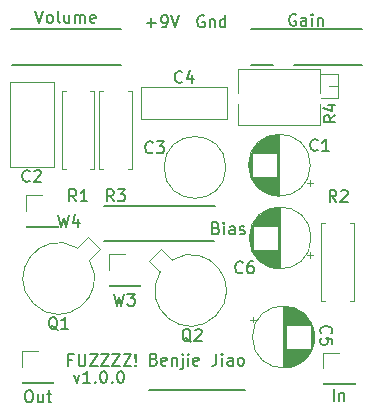
<source format=gbr>
G04 #@! TF.GenerationSoftware,KiCad,Pcbnew,5.0.2+dfsg1-1~bpo9+1*
G04 #@! TF.CreationDate,2020-10-14T23:05:51+08:00*
G04 #@! TF.ProjectId,BC108 NPN Fuzz Face,42433130-3820-44e5-904e-2046757a7a20,rev?*
G04 #@! TF.SameCoordinates,Original*
G04 #@! TF.FileFunction,Legend,Top*
G04 #@! TF.FilePolarity,Positive*
%FSLAX46Y46*%
G04 Gerber Fmt 4.6, Leading zero omitted, Abs format (unit mm)*
G04 Created by KiCad (PCBNEW 5.0.2+dfsg1-1~bpo9+1) date Wednesday, 14 October, 2020 11:05:51 PM PST*
%MOMM*%
%LPD*%
G01*
G04 APERTURE LIST*
%ADD10C,0.150000*%
%ADD11C,0.200000*%
%ADD12C,0.153000*%
%ADD13C,0.120000*%
G04 APERTURE END LIST*
D10*
X131127500Y-78803500D02*
X139255500Y-78803500D01*
D11*
X127317500Y-66167000D02*
X136588500Y-66167000D01*
X127254000Y-63182500D02*
X136652000Y-63182500D01*
X143383000Y-51308000D02*
X149098000Y-51308000D01*
X139700000Y-51308000D02*
X141605000Y-51308000D01*
X139700000Y-48260000D02*
X149098000Y-48260000D01*
X119507000Y-51308000D02*
X128714500Y-51308000D01*
X119443500Y-48260000D02*
X128714500Y-48260000D01*
D10*
X131509000Y-76192071D02*
X131651857Y-76239690D01*
X131699476Y-76287309D01*
X131747095Y-76382547D01*
X131747095Y-76525404D01*
X131699476Y-76620642D01*
X131651857Y-76668261D01*
X131556619Y-76715880D01*
X131175666Y-76715880D01*
X131175666Y-75715880D01*
X131509000Y-75715880D01*
X131604238Y-75763500D01*
X131651857Y-75811119D01*
X131699476Y-75906357D01*
X131699476Y-76001595D01*
X131651857Y-76096833D01*
X131604238Y-76144452D01*
X131509000Y-76192071D01*
X131175666Y-76192071D01*
X132556619Y-76668261D02*
X132461380Y-76715880D01*
X132270904Y-76715880D01*
X132175666Y-76668261D01*
X132128047Y-76573023D01*
X132128047Y-76192071D01*
X132175666Y-76096833D01*
X132270904Y-76049214D01*
X132461380Y-76049214D01*
X132556619Y-76096833D01*
X132604238Y-76192071D01*
X132604238Y-76287309D01*
X132128047Y-76382547D01*
X133032809Y-76049214D02*
X133032809Y-76715880D01*
X133032809Y-76144452D02*
X133080428Y-76096833D01*
X133175666Y-76049214D01*
X133318523Y-76049214D01*
X133413761Y-76096833D01*
X133461380Y-76192071D01*
X133461380Y-76715880D01*
X133937571Y-76049214D02*
X133937571Y-76906357D01*
X133889952Y-77001595D01*
X133794714Y-77049214D01*
X133747095Y-77049214D01*
X133937571Y-75715880D02*
X133889952Y-75763500D01*
X133937571Y-75811119D01*
X133985190Y-75763500D01*
X133937571Y-75715880D01*
X133937571Y-75811119D01*
X134413761Y-76715880D02*
X134413761Y-76049214D01*
X134413761Y-75715880D02*
X134366142Y-75763500D01*
X134413761Y-75811119D01*
X134461380Y-75763500D01*
X134413761Y-75715880D01*
X134413761Y-75811119D01*
X135270904Y-76668261D02*
X135175666Y-76715880D01*
X134985190Y-76715880D01*
X134889952Y-76668261D01*
X134842333Y-76573023D01*
X134842333Y-76192071D01*
X134889952Y-76096833D01*
X134985190Y-76049214D01*
X135175666Y-76049214D01*
X135270904Y-76096833D01*
X135318523Y-76192071D01*
X135318523Y-76287309D01*
X134842333Y-76382547D01*
X136794714Y-75715880D02*
X136794714Y-76430166D01*
X136747095Y-76573023D01*
X136651857Y-76668261D01*
X136509000Y-76715880D01*
X136413761Y-76715880D01*
X137270904Y-76715880D02*
X137270904Y-76049214D01*
X137270904Y-75715880D02*
X137223285Y-75763500D01*
X137270904Y-75811119D01*
X137318523Y-75763500D01*
X137270904Y-75715880D01*
X137270904Y-75811119D01*
X138175666Y-76715880D02*
X138175666Y-76192071D01*
X138128047Y-76096833D01*
X138032809Y-76049214D01*
X137842333Y-76049214D01*
X137747095Y-76096833D01*
X138175666Y-76668261D02*
X138080428Y-76715880D01*
X137842333Y-76715880D01*
X137747095Y-76668261D01*
X137699476Y-76573023D01*
X137699476Y-76477785D01*
X137747095Y-76382547D01*
X137842333Y-76334928D01*
X138080428Y-76334928D01*
X138175666Y-76287309D01*
X138794714Y-76715880D02*
X138699476Y-76668261D01*
X138651857Y-76620642D01*
X138604238Y-76525404D01*
X138604238Y-76239690D01*
X138651857Y-76144452D01*
X138699476Y-76096833D01*
X138794714Y-76049214D01*
X138937571Y-76049214D01*
X139032809Y-76096833D01*
X139080428Y-76144452D01*
X139128047Y-76239690D01*
X139128047Y-76525404D01*
X139080428Y-76620642D01*
X139032809Y-76668261D01*
X138937571Y-76715880D01*
X138794714Y-76715880D01*
X124730142Y-77509714D02*
X124968238Y-78176380D01*
X125206333Y-77509714D01*
X126111095Y-78176380D02*
X125539666Y-78176380D01*
X125825380Y-78176380D02*
X125825380Y-77176380D01*
X125730142Y-77319238D01*
X125634904Y-77414476D01*
X125539666Y-77462095D01*
X126539666Y-78081142D02*
X126587285Y-78128761D01*
X126539666Y-78176380D01*
X126492047Y-78128761D01*
X126539666Y-78081142D01*
X126539666Y-78176380D01*
X127206333Y-77176380D02*
X127301571Y-77176380D01*
X127396809Y-77224000D01*
X127444428Y-77271619D01*
X127492047Y-77366857D01*
X127539666Y-77557333D01*
X127539666Y-77795428D01*
X127492047Y-77985904D01*
X127444428Y-78081142D01*
X127396809Y-78128761D01*
X127301571Y-78176380D01*
X127206333Y-78176380D01*
X127111095Y-78128761D01*
X127063476Y-78081142D01*
X127015857Y-77985904D01*
X126968238Y-77795428D01*
X126968238Y-77557333D01*
X127015857Y-77366857D01*
X127063476Y-77271619D01*
X127111095Y-77224000D01*
X127206333Y-77176380D01*
X127968238Y-78081142D02*
X128015857Y-78128761D01*
X127968238Y-78176380D01*
X127920619Y-78128761D01*
X127968238Y-78081142D01*
X127968238Y-78176380D01*
X128634904Y-77176380D02*
X128730142Y-77176380D01*
X128825380Y-77224000D01*
X128873000Y-77271619D01*
X128920619Y-77366857D01*
X128968238Y-77557333D01*
X128968238Y-77795428D01*
X128920619Y-77985904D01*
X128873000Y-78081142D01*
X128825380Y-78128761D01*
X128730142Y-78176380D01*
X128634904Y-78176380D01*
X128539666Y-78128761D01*
X128492047Y-78081142D01*
X128444428Y-77985904D01*
X128396809Y-77795428D01*
X128396809Y-77557333D01*
X128444428Y-77366857D01*
X128492047Y-77271619D01*
X128539666Y-77224000D01*
X128634904Y-77176380D01*
X124603190Y-76255571D02*
X124269857Y-76255571D01*
X124269857Y-76779380D02*
X124269857Y-75779380D01*
X124746047Y-75779380D01*
X125127000Y-75779380D02*
X125127000Y-76588904D01*
X125174619Y-76684142D01*
X125222238Y-76731761D01*
X125317476Y-76779380D01*
X125507952Y-76779380D01*
X125603190Y-76731761D01*
X125650809Y-76684142D01*
X125698428Y-76588904D01*
X125698428Y-75779380D01*
X126079380Y-75779380D02*
X126746047Y-75779380D01*
X126079380Y-76779380D01*
X126746047Y-76779380D01*
X127031761Y-75779380D02*
X127698428Y-75779380D01*
X127031761Y-76779380D01*
X127698428Y-76779380D01*
X127984142Y-75779380D02*
X128650809Y-75779380D01*
X127984142Y-76779380D01*
X128650809Y-76779380D01*
X128936523Y-75779380D02*
X129603190Y-75779380D01*
X128936523Y-76779380D01*
X129603190Y-76779380D01*
X129984142Y-76684142D02*
X130031761Y-76731761D01*
X129984142Y-76779380D01*
X129936523Y-76731761D01*
X129984142Y-76684142D01*
X129984142Y-76779380D01*
X129984142Y-76398428D02*
X129936523Y-75827000D01*
X129984142Y-75779380D01*
X130031761Y-75827000D01*
X129984142Y-76398428D01*
X129984142Y-75779380D01*
D12*
X135755142Y-47125000D02*
X135659904Y-47077380D01*
X135517047Y-47077380D01*
X135374190Y-47125000D01*
X135278952Y-47220238D01*
X135231333Y-47315476D01*
X135183714Y-47505952D01*
X135183714Y-47648809D01*
X135231333Y-47839285D01*
X135278952Y-47934523D01*
X135374190Y-48029761D01*
X135517047Y-48077380D01*
X135612285Y-48077380D01*
X135755142Y-48029761D01*
X135802761Y-47982142D01*
X135802761Y-47648809D01*
X135612285Y-47648809D01*
X136231333Y-47410714D02*
X136231333Y-48077380D01*
X136231333Y-47505952D02*
X136278952Y-47458333D01*
X136374190Y-47410714D01*
X136517047Y-47410714D01*
X136612285Y-47458333D01*
X136659904Y-47553571D01*
X136659904Y-48077380D01*
X137564666Y-48077380D02*
X137564666Y-47077380D01*
X137564666Y-48029761D02*
X137469428Y-48077380D01*
X137278952Y-48077380D01*
X137183714Y-48029761D01*
X137136095Y-47982142D01*
X137088476Y-47886904D01*
X137088476Y-47601190D01*
X137136095Y-47505952D01*
X137183714Y-47458333D01*
X137278952Y-47410714D01*
X137469428Y-47410714D01*
X137564666Y-47458333D01*
D13*
G04 #@! TO.C,C1*
X144753000Y-59753500D02*
G75*
G03X144753000Y-59753500I-2620000J0D01*
G01*
X142133000Y-62333500D02*
X142133000Y-57173500D01*
X142093000Y-62333500D02*
X142093000Y-57173500D01*
X142053000Y-62332500D02*
X142053000Y-57174500D01*
X142013000Y-62331500D02*
X142013000Y-57175500D01*
X141973000Y-62329500D02*
X141973000Y-57177500D01*
X141933000Y-62326500D02*
X141933000Y-57180500D01*
X141893000Y-62322500D02*
X141893000Y-60793500D01*
X141893000Y-58713500D02*
X141893000Y-57184500D01*
X141853000Y-62318500D02*
X141853000Y-60793500D01*
X141853000Y-58713500D02*
X141853000Y-57188500D01*
X141813000Y-62314500D02*
X141813000Y-60793500D01*
X141813000Y-58713500D02*
X141813000Y-57192500D01*
X141773000Y-62309500D02*
X141773000Y-60793500D01*
X141773000Y-58713500D02*
X141773000Y-57197500D01*
X141733000Y-62303500D02*
X141733000Y-60793500D01*
X141733000Y-58713500D02*
X141733000Y-57203500D01*
X141693000Y-62296500D02*
X141693000Y-60793500D01*
X141693000Y-58713500D02*
X141693000Y-57210500D01*
X141653000Y-62289500D02*
X141653000Y-60793500D01*
X141653000Y-58713500D02*
X141653000Y-57217500D01*
X141613000Y-62281500D02*
X141613000Y-60793500D01*
X141613000Y-58713500D02*
X141613000Y-57225500D01*
X141573000Y-62273500D02*
X141573000Y-60793500D01*
X141573000Y-58713500D02*
X141573000Y-57233500D01*
X141533000Y-62264500D02*
X141533000Y-60793500D01*
X141533000Y-58713500D02*
X141533000Y-57242500D01*
X141493000Y-62254500D02*
X141493000Y-60793500D01*
X141493000Y-58713500D02*
X141493000Y-57252500D01*
X141453000Y-62244500D02*
X141453000Y-60793500D01*
X141453000Y-58713500D02*
X141453000Y-57262500D01*
X141412000Y-62233500D02*
X141412000Y-60793500D01*
X141412000Y-58713500D02*
X141412000Y-57273500D01*
X141372000Y-62221500D02*
X141372000Y-60793500D01*
X141372000Y-58713500D02*
X141372000Y-57285500D01*
X141332000Y-62208500D02*
X141332000Y-60793500D01*
X141332000Y-58713500D02*
X141332000Y-57298500D01*
X141292000Y-62195500D02*
X141292000Y-60793500D01*
X141292000Y-58713500D02*
X141292000Y-57311500D01*
X141252000Y-62181500D02*
X141252000Y-60793500D01*
X141252000Y-58713500D02*
X141252000Y-57325500D01*
X141212000Y-62167500D02*
X141212000Y-60793500D01*
X141212000Y-58713500D02*
X141212000Y-57339500D01*
X141172000Y-62151500D02*
X141172000Y-60793500D01*
X141172000Y-58713500D02*
X141172000Y-57355500D01*
X141132000Y-62135500D02*
X141132000Y-60793500D01*
X141132000Y-58713500D02*
X141132000Y-57371500D01*
X141092000Y-62118500D02*
X141092000Y-60793500D01*
X141092000Y-58713500D02*
X141092000Y-57388500D01*
X141052000Y-62101500D02*
X141052000Y-60793500D01*
X141052000Y-58713500D02*
X141052000Y-57405500D01*
X141012000Y-62082500D02*
X141012000Y-60793500D01*
X141012000Y-58713500D02*
X141012000Y-57424500D01*
X140972000Y-62063500D02*
X140972000Y-60793500D01*
X140972000Y-58713500D02*
X140972000Y-57443500D01*
X140932000Y-62043500D02*
X140932000Y-60793500D01*
X140932000Y-58713500D02*
X140932000Y-57463500D01*
X140892000Y-62021500D02*
X140892000Y-60793500D01*
X140892000Y-58713500D02*
X140892000Y-57485500D01*
X140852000Y-62000500D02*
X140852000Y-60793500D01*
X140852000Y-58713500D02*
X140852000Y-57506500D01*
X140812000Y-61977500D02*
X140812000Y-60793500D01*
X140812000Y-58713500D02*
X140812000Y-57529500D01*
X140772000Y-61953500D02*
X140772000Y-60793500D01*
X140772000Y-58713500D02*
X140772000Y-57553500D01*
X140732000Y-61928500D02*
X140732000Y-60793500D01*
X140732000Y-58713500D02*
X140732000Y-57578500D01*
X140692000Y-61902500D02*
X140692000Y-60793500D01*
X140692000Y-58713500D02*
X140692000Y-57604500D01*
X140652000Y-61875500D02*
X140652000Y-60793500D01*
X140652000Y-58713500D02*
X140652000Y-57631500D01*
X140612000Y-61848500D02*
X140612000Y-60793500D01*
X140612000Y-58713500D02*
X140612000Y-57658500D01*
X140572000Y-61818500D02*
X140572000Y-60793500D01*
X140572000Y-58713500D02*
X140572000Y-57688500D01*
X140532000Y-61788500D02*
X140532000Y-60793500D01*
X140532000Y-58713500D02*
X140532000Y-57718500D01*
X140492000Y-61757500D02*
X140492000Y-60793500D01*
X140492000Y-58713500D02*
X140492000Y-57749500D01*
X140452000Y-61724500D02*
X140452000Y-60793500D01*
X140452000Y-58713500D02*
X140452000Y-57782500D01*
X140412000Y-61690500D02*
X140412000Y-60793500D01*
X140412000Y-58713500D02*
X140412000Y-57816500D01*
X140372000Y-61654500D02*
X140372000Y-60793500D01*
X140372000Y-58713500D02*
X140372000Y-57852500D01*
X140332000Y-61617500D02*
X140332000Y-60793500D01*
X140332000Y-58713500D02*
X140332000Y-57889500D01*
X140292000Y-61579500D02*
X140292000Y-60793500D01*
X140292000Y-58713500D02*
X140292000Y-57927500D01*
X140252000Y-61538500D02*
X140252000Y-60793500D01*
X140252000Y-58713500D02*
X140252000Y-57968500D01*
X140212000Y-61496500D02*
X140212000Y-60793500D01*
X140212000Y-58713500D02*
X140212000Y-58010500D01*
X140172000Y-61452500D02*
X140172000Y-60793500D01*
X140172000Y-58713500D02*
X140172000Y-58054500D01*
X140132000Y-61406500D02*
X140132000Y-60793500D01*
X140132000Y-58713500D02*
X140132000Y-58100500D01*
X140092000Y-61358500D02*
X140092000Y-60793500D01*
X140092000Y-58713500D02*
X140092000Y-58148500D01*
X140052000Y-61307500D02*
X140052000Y-60793500D01*
X140052000Y-58713500D02*
X140052000Y-58199500D01*
X140012000Y-61253500D02*
X140012000Y-60793500D01*
X140012000Y-58713500D02*
X140012000Y-58253500D01*
X139972000Y-61196500D02*
X139972000Y-60793500D01*
X139972000Y-58713500D02*
X139972000Y-58310500D01*
X139932000Y-61136500D02*
X139932000Y-60793500D01*
X139932000Y-58713500D02*
X139932000Y-58370500D01*
X139892000Y-61072500D02*
X139892000Y-60793500D01*
X139892000Y-58713500D02*
X139892000Y-58434500D01*
X139852000Y-61004500D02*
X139852000Y-60793500D01*
X139852000Y-58713500D02*
X139852000Y-58502500D01*
X139812000Y-60931500D02*
X139812000Y-58575500D01*
X139772000Y-60851500D02*
X139772000Y-58655500D01*
X139732000Y-60764500D02*
X139732000Y-58742500D01*
X139692000Y-60668500D02*
X139692000Y-58838500D01*
X139652000Y-60558500D02*
X139652000Y-58948500D01*
X139612000Y-60430500D02*
X139612000Y-59076500D01*
X139572000Y-60271500D02*
X139572000Y-59235500D01*
X139532000Y-60037500D02*
X139532000Y-59469500D01*
X144937775Y-61228500D02*
X144437775Y-61228500D01*
X144687775Y-61478500D02*
X144687775Y-60978500D01*
G04 #@! TO.C,C2*
X119288000Y-59921000D02*
X119288000Y-52681000D01*
X123028000Y-59921000D02*
X123028000Y-52681000D01*
X119288000Y-59921000D02*
X123028000Y-59921000D01*
X119288000Y-52681000D02*
X123028000Y-52681000D01*
G04 #@! TO.C,C3*
X137605000Y-59944000D02*
G75*
G03X137605000Y-59944000I-2620000J0D01*
G01*
G04 #@! TO.C,C4*
X130452000Y-53113000D02*
X137692000Y-53113000D01*
X130452000Y-55853000D02*
X137692000Y-55853000D01*
X130452000Y-53113000D02*
X130452000Y-55853000D01*
X137692000Y-53113000D02*
X137692000Y-55853000D01*
G04 #@! TO.C,C5*
X139919225Y-72570000D02*
X139919225Y-73070000D01*
X139669225Y-72820000D02*
X140169225Y-72820000D01*
X145075000Y-74011000D02*
X145075000Y-74579000D01*
X145035000Y-73777000D02*
X145035000Y-74813000D01*
X144995000Y-73618000D02*
X144995000Y-74972000D01*
X144955000Y-73490000D02*
X144955000Y-75100000D01*
X144915000Y-73380000D02*
X144915000Y-75210000D01*
X144875000Y-73284000D02*
X144875000Y-75306000D01*
X144835000Y-73197000D02*
X144835000Y-75393000D01*
X144795000Y-73117000D02*
X144795000Y-75473000D01*
X144755000Y-75335000D02*
X144755000Y-75546000D01*
X144755000Y-73044000D02*
X144755000Y-73255000D01*
X144715000Y-75335000D02*
X144715000Y-75614000D01*
X144715000Y-72976000D02*
X144715000Y-73255000D01*
X144675000Y-75335000D02*
X144675000Y-75678000D01*
X144675000Y-72912000D02*
X144675000Y-73255000D01*
X144635000Y-75335000D02*
X144635000Y-75738000D01*
X144635000Y-72852000D02*
X144635000Y-73255000D01*
X144595000Y-75335000D02*
X144595000Y-75795000D01*
X144595000Y-72795000D02*
X144595000Y-73255000D01*
X144555000Y-75335000D02*
X144555000Y-75849000D01*
X144555000Y-72741000D02*
X144555000Y-73255000D01*
X144515000Y-75335000D02*
X144515000Y-75900000D01*
X144515000Y-72690000D02*
X144515000Y-73255000D01*
X144475000Y-75335000D02*
X144475000Y-75948000D01*
X144475000Y-72642000D02*
X144475000Y-73255000D01*
X144435000Y-75335000D02*
X144435000Y-75994000D01*
X144435000Y-72596000D02*
X144435000Y-73255000D01*
X144395000Y-75335000D02*
X144395000Y-76038000D01*
X144395000Y-72552000D02*
X144395000Y-73255000D01*
X144355000Y-75335000D02*
X144355000Y-76080000D01*
X144355000Y-72510000D02*
X144355000Y-73255000D01*
X144315000Y-75335000D02*
X144315000Y-76121000D01*
X144315000Y-72469000D02*
X144315000Y-73255000D01*
X144275000Y-75335000D02*
X144275000Y-76159000D01*
X144275000Y-72431000D02*
X144275000Y-73255000D01*
X144235000Y-75335000D02*
X144235000Y-76196000D01*
X144235000Y-72394000D02*
X144235000Y-73255000D01*
X144195000Y-75335000D02*
X144195000Y-76232000D01*
X144195000Y-72358000D02*
X144195000Y-73255000D01*
X144155000Y-75335000D02*
X144155000Y-76266000D01*
X144155000Y-72324000D02*
X144155000Y-73255000D01*
X144115000Y-75335000D02*
X144115000Y-76299000D01*
X144115000Y-72291000D02*
X144115000Y-73255000D01*
X144075000Y-75335000D02*
X144075000Y-76330000D01*
X144075000Y-72260000D02*
X144075000Y-73255000D01*
X144035000Y-75335000D02*
X144035000Y-76360000D01*
X144035000Y-72230000D02*
X144035000Y-73255000D01*
X143995000Y-75335000D02*
X143995000Y-76390000D01*
X143995000Y-72200000D02*
X143995000Y-73255000D01*
X143955000Y-75335000D02*
X143955000Y-76417000D01*
X143955000Y-72173000D02*
X143955000Y-73255000D01*
X143915000Y-75335000D02*
X143915000Y-76444000D01*
X143915000Y-72146000D02*
X143915000Y-73255000D01*
X143875000Y-75335000D02*
X143875000Y-76470000D01*
X143875000Y-72120000D02*
X143875000Y-73255000D01*
X143835000Y-75335000D02*
X143835000Y-76495000D01*
X143835000Y-72095000D02*
X143835000Y-73255000D01*
X143795000Y-75335000D02*
X143795000Y-76519000D01*
X143795000Y-72071000D02*
X143795000Y-73255000D01*
X143755000Y-75335000D02*
X143755000Y-76542000D01*
X143755000Y-72048000D02*
X143755000Y-73255000D01*
X143715000Y-75335000D02*
X143715000Y-76563000D01*
X143715000Y-72027000D02*
X143715000Y-73255000D01*
X143675000Y-75335000D02*
X143675000Y-76585000D01*
X143675000Y-72005000D02*
X143675000Y-73255000D01*
X143635000Y-75335000D02*
X143635000Y-76605000D01*
X143635000Y-71985000D02*
X143635000Y-73255000D01*
X143595000Y-75335000D02*
X143595000Y-76624000D01*
X143595000Y-71966000D02*
X143595000Y-73255000D01*
X143555000Y-75335000D02*
X143555000Y-76643000D01*
X143555000Y-71947000D02*
X143555000Y-73255000D01*
X143515000Y-75335000D02*
X143515000Y-76660000D01*
X143515000Y-71930000D02*
X143515000Y-73255000D01*
X143475000Y-75335000D02*
X143475000Y-76677000D01*
X143475000Y-71913000D02*
X143475000Y-73255000D01*
X143435000Y-75335000D02*
X143435000Y-76693000D01*
X143435000Y-71897000D02*
X143435000Y-73255000D01*
X143395000Y-75335000D02*
X143395000Y-76709000D01*
X143395000Y-71881000D02*
X143395000Y-73255000D01*
X143355000Y-75335000D02*
X143355000Y-76723000D01*
X143355000Y-71867000D02*
X143355000Y-73255000D01*
X143315000Y-75335000D02*
X143315000Y-76737000D01*
X143315000Y-71853000D02*
X143315000Y-73255000D01*
X143275000Y-75335000D02*
X143275000Y-76750000D01*
X143275000Y-71840000D02*
X143275000Y-73255000D01*
X143235000Y-75335000D02*
X143235000Y-76763000D01*
X143235000Y-71827000D02*
X143235000Y-73255000D01*
X143195000Y-75335000D02*
X143195000Y-76775000D01*
X143195000Y-71815000D02*
X143195000Y-73255000D01*
X143154000Y-75335000D02*
X143154000Y-76786000D01*
X143154000Y-71804000D02*
X143154000Y-73255000D01*
X143114000Y-75335000D02*
X143114000Y-76796000D01*
X143114000Y-71794000D02*
X143114000Y-73255000D01*
X143074000Y-75335000D02*
X143074000Y-76806000D01*
X143074000Y-71784000D02*
X143074000Y-73255000D01*
X143034000Y-75335000D02*
X143034000Y-76815000D01*
X143034000Y-71775000D02*
X143034000Y-73255000D01*
X142994000Y-75335000D02*
X142994000Y-76823000D01*
X142994000Y-71767000D02*
X142994000Y-73255000D01*
X142954000Y-75335000D02*
X142954000Y-76831000D01*
X142954000Y-71759000D02*
X142954000Y-73255000D01*
X142914000Y-75335000D02*
X142914000Y-76838000D01*
X142914000Y-71752000D02*
X142914000Y-73255000D01*
X142874000Y-75335000D02*
X142874000Y-76845000D01*
X142874000Y-71745000D02*
X142874000Y-73255000D01*
X142834000Y-75335000D02*
X142834000Y-76851000D01*
X142834000Y-71739000D02*
X142834000Y-73255000D01*
X142794000Y-75335000D02*
X142794000Y-76856000D01*
X142794000Y-71734000D02*
X142794000Y-73255000D01*
X142754000Y-75335000D02*
X142754000Y-76860000D01*
X142754000Y-71730000D02*
X142754000Y-73255000D01*
X142714000Y-75335000D02*
X142714000Y-76864000D01*
X142714000Y-71726000D02*
X142714000Y-73255000D01*
X142674000Y-71722000D02*
X142674000Y-76868000D01*
X142634000Y-71719000D02*
X142634000Y-76871000D01*
X142594000Y-71717000D02*
X142594000Y-76873000D01*
X142554000Y-71716000D02*
X142554000Y-76874000D01*
X142514000Y-71715000D02*
X142514000Y-76875000D01*
X142474000Y-71715000D02*
X142474000Y-76875000D01*
X145094000Y-74295000D02*
G75*
G03X145094000Y-74295000I-2620000J0D01*
G01*
G04 #@! TO.C,Q1*
X126016281Y-67759669D02*
X126928448Y-66847501D01*
X126928448Y-66847501D02*
X125938499Y-65857552D01*
X125938499Y-65857552D02*
X125026331Y-66769719D01*
X125026544Y-66769850D02*
G75*
G03X126016281Y-67759669I-1582544J-2572150D01*
G01*
G04 #@! TO.C,Q2*
X132047850Y-68775456D02*
G75*
G03X133037669Y-67785719I2572150J-1582544D01*
G01*
X131135552Y-67863501D02*
X132047719Y-68775669D01*
X132125501Y-66873552D02*
X131135552Y-67863501D01*
X133037669Y-67785719D02*
X132125501Y-66873552D01*
G04 #@! TO.C,R1*
X123725000Y-60039000D02*
X124055000Y-60039000D01*
X123725000Y-53499000D02*
X123725000Y-60039000D01*
X124055000Y-53499000D02*
X123725000Y-53499000D01*
X126465000Y-60039000D02*
X126135000Y-60039000D01*
X126465000Y-53499000D02*
X126465000Y-60039000D01*
X126135000Y-53499000D02*
X126465000Y-53499000D01*
G04 #@! TO.C,R2*
X148106000Y-64675000D02*
X148436000Y-64675000D01*
X148436000Y-64675000D02*
X148436000Y-71215000D01*
X148436000Y-71215000D02*
X148106000Y-71215000D01*
X146026000Y-64675000D02*
X145696000Y-64675000D01*
X145696000Y-64675000D02*
X145696000Y-71215000D01*
X145696000Y-71215000D02*
X146026000Y-71215000D01*
G04 #@! TO.C,R3*
X127230000Y-60039000D02*
X126900000Y-60039000D01*
X126900000Y-60039000D02*
X126900000Y-53499000D01*
X126900000Y-53499000D02*
X127230000Y-53499000D01*
X129310000Y-60039000D02*
X129640000Y-60039000D01*
X129640000Y-60039000D02*
X129640000Y-53499000D01*
X129640000Y-53499000D02*
X129310000Y-53499000D01*
G04 #@! TO.C,R4*
X145588000Y-56382000D02*
X138638000Y-56382000D01*
X145588000Y-51642000D02*
X138638000Y-51642000D01*
X145588000Y-56382000D02*
X145588000Y-54596000D01*
X145588000Y-53606000D02*
X145588000Y-51642000D01*
X138638000Y-56382000D02*
X138638000Y-54596000D01*
X138638000Y-53606000D02*
X138638000Y-51642000D01*
X147108000Y-54042000D02*
X145629000Y-54042000D01*
X147108000Y-52022000D02*
X145589000Y-52022000D01*
X147108000Y-54042000D02*
X147108000Y-52022000D01*
X145589000Y-53606000D02*
X145589000Y-52022000D01*
X147108000Y-53032000D02*
X146349000Y-53032000D01*
G04 #@! TO.C,In*
X145863000Y-75632000D02*
X147193000Y-75632000D01*
X145863000Y-76962000D02*
X145863000Y-75632000D01*
X145863000Y-78232000D02*
X148523000Y-78232000D01*
X148523000Y-78232000D02*
X148523000Y-78292000D01*
X145863000Y-78232000D02*
X145863000Y-78292000D01*
X145863000Y-78292000D02*
X148523000Y-78292000D01*
G04 #@! TO.C,Out*
X120336000Y-78165000D02*
X122996000Y-78165000D01*
X120336000Y-78105000D02*
X120336000Y-78165000D01*
X122996000Y-78105000D02*
X122996000Y-78165000D01*
X120336000Y-78105000D02*
X122996000Y-78105000D01*
X120336000Y-76835000D02*
X120336000Y-75505000D01*
X120336000Y-75505000D02*
X121666000Y-75505000D01*
G04 #@! TO.C,W3*
X127702000Y-67313500D02*
X129032000Y-67313500D01*
X127702000Y-68643500D02*
X127702000Y-67313500D01*
X127702000Y-69913500D02*
X130362000Y-69913500D01*
X130362000Y-69913500D02*
X130362000Y-69973500D01*
X127702000Y-69913500D02*
X127702000Y-69973500D01*
X127702000Y-69973500D02*
X130362000Y-69973500D01*
G04 #@! TO.C,W4*
X120717000Y-64957000D02*
X123377000Y-64957000D01*
X120717000Y-64897000D02*
X120717000Y-64957000D01*
X123377000Y-64897000D02*
X123377000Y-64957000D01*
X120717000Y-64897000D02*
X123377000Y-64897000D01*
X120717000Y-63627000D02*
X120717000Y-62297000D01*
X120717000Y-62297000D02*
X122047000Y-62297000D01*
G04 #@! TO.C,C6*
X144816500Y-65913000D02*
G75*
G03X144816500Y-65913000I-2620000J0D01*
G01*
X142196500Y-68493000D02*
X142196500Y-63333000D01*
X142156500Y-68493000D02*
X142156500Y-63333000D01*
X142116500Y-68492000D02*
X142116500Y-63334000D01*
X142076500Y-68491000D02*
X142076500Y-63335000D01*
X142036500Y-68489000D02*
X142036500Y-63337000D01*
X141996500Y-68486000D02*
X141996500Y-63340000D01*
X141956500Y-68482000D02*
X141956500Y-66953000D01*
X141956500Y-64873000D02*
X141956500Y-63344000D01*
X141916500Y-68478000D02*
X141916500Y-66953000D01*
X141916500Y-64873000D02*
X141916500Y-63348000D01*
X141876500Y-68474000D02*
X141876500Y-66953000D01*
X141876500Y-64873000D02*
X141876500Y-63352000D01*
X141836500Y-68469000D02*
X141836500Y-66953000D01*
X141836500Y-64873000D02*
X141836500Y-63357000D01*
X141796500Y-68463000D02*
X141796500Y-66953000D01*
X141796500Y-64873000D02*
X141796500Y-63363000D01*
X141756500Y-68456000D02*
X141756500Y-66953000D01*
X141756500Y-64873000D02*
X141756500Y-63370000D01*
X141716500Y-68449000D02*
X141716500Y-66953000D01*
X141716500Y-64873000D02*
X141716500Y-63377000D01*
X141676500Y-68441000D02*
X141676500Y-66953000D01*
X141676500Y-64873000D02*
X141676500Y-63385000D01*
X141636500Y-68433000D02*
X141636500Y-66953000D01*
X141636500Y-64873000D02*
X141636500Y-63393000D01*
X141596500Y-68424000D02*
X141596500Y-66953000D01*
X141596500Y-64873000D02*
X141596500Y-63402000D01*
X141556500Y-68414000D02*
X141556500Y-66953000D01*
X141556500Y-64873000D02*
X141556500Y-63412000D01*
X141516500Y-68404000D02*
X141516500Y-66953000D01*
X141516500Y-64873000D02*
X141516500Y-63422000D01*
X141475500Y-68393000D02*
X141475500Y-66953000D01*
X141475500Y-64873000D02*
X141475500Y-63433000D01*
X141435500Y-68381000D02*
X141435500Y-66953000D01*
X141435500Y-64873000D02*
X141435500Y-63445000D01*
X141395500Y-68368000D02*
X141395500Y-66953000D01*
X141395500Y-64873000D02*
X141395500Y-63458000D01*
X141355500Y-68355000D02*
X141355500Y-66953000D01*
X141355500Y-64873000D02*
X141355500Y-63471000D01*
X141315500Y-68341000D02*
X141315500Y-66953000D01*
X141315500Y-64873000D02*
X141315500Y-63485000D01*
X141275500Y-68327000D02*
X141275500Y-66953000D01*
X141275500Y-64873000D02*
X141275500Y-63499000D01*
X141235500Y-68311000D02*
X141235500Y-66953000D01*
X141235500Y-64873000D02*
X141235500Y-63515000D01*
X141195500Y-68295000D02*
X141195500Y-66953000D01*
X141195500Y-64873000D02*
X141195500Y-63531000D01*
X141155500Y-68278000D02*
X141155500Y-66953000D01*
X141155500Y-64873000D02*
X141155500Y-63548000D01*
X141115500Y-68261000D02*
X141115500Y-66953000D01*
X141115500Y-64873000D02*
X141115500Y-63565000D01*
X141075500Y-68242000D02*
X141075500Y-66953000D01*
X141075500Y-64873000D02*
X141075500Y-63584000D01*
X141035500Y-68223000D02*
X141035500Y-66953000D01*
X141035500Y-64873000D02*
X141035500Y-63603000D01*
X140995500Y-68203000D02*
X140995500Y-66953000D01*
X140995500Y-64873000D02*
X140995500Y-63623000D01*
X140955500Y-68181000D02*
X140955500Y-66953000D01*
X140955500Y-64873000D02*
X140955500Y-63645000D01*
X140915500Y-68160000D02*
X140915500Y-66953000D01*
X140915500Y-64873000D02*
X140915500Y-63666000D01*
X140875500Y-68137000D02*
X140875500Y-66953000D01*
X140875500Y-64873000D02*
X140875500Y-63689000D01*
X140835500Y-68113000D02*
X140835500Y-66953000D01*
X140835500Y-64873000D02*
X140835500Y-63713000D01*
X140795500Y-68088000D02*
X140795500Y-66953000D01*
X140795500Y-64873000D02*
X140795500Y-63738000D01*
X140755500Y-68062000D02*
X140755500Y-66953000D01*
X140755500Y-64873000D02*
X140755500Y-63764000D01*
X140715500Y-68035000D02*
X140715500Y-66953000D01*
X140715500Y-64873000D02*
X140715500Y-63791000D01*
X140675500Y-68008000D02*
X140675500Y-66953000D01*
X140675500Y-64873000D02*
X140675500Y-63818000D01*
X140635500Y-67978000D02*
X140635500Y-66953000D01*
X140635500Y-64873000D02*
X140635500Y-63848000D01*
X140595500Y-67948000D02*
X140595500Y-66953000D01*
X140595500Y-64873000D02*
X140595500Y-63878000D01*
X140555500Y-67917000D02*
X140555500Y-66953000D01*
X140555500Y-64873000D02*
X140555500Y-63909000D01*
X140515500Y-67884000D02*
X140515500Y-66953000D01*
X140515500Y-64873000D02*
X140515500Y-63942000D01*
X140475500Y-67850000D02*
X140475500Y-66953000D01*
X140475500Y-64873000D02*
X140475500Y-63976000D01*
X140435500Y-67814000D02*
X140435500Y-66953000D01*
X140435500Y-64873000D02*
X140435500Y-64012000D01*
X140395500Y-67777000D02*
X140395500Y-66953000D01*
X140395500Y-64873000D02*
X140395500Y-64049000D01*
X140355500Y-67739000D02*
X140355500Y-66953000D01*
X140355500Y-64873000D02*
X140355500Y-64087000D01*
X140315500Y-67698000D02*
X140315500Y-66953000D01*
X140315500Y-64873000D02*
X140315500Y-64128000D01*
X140275500Y-67656000D02*
X140275500Y-66953000D01*
X140275500Y-64873000D02*
X140275500Y-64170000D01*
X140235500Y-67612000D02*
X140235500Y-66953000D01*
X140235500Y-64873000D02*
X140235500Y-64214000D01*
X140195500Y-67566000D02*
X140195500Y-66953000D01*
X140195500Y-64873000D02*
X140195500Y-64260000D01*
X140155500Y-67518000D02*
X140155500Y-66953000D01*
X140155500Y-64873000D02*
X140155500Y-64308000D01*
X140115500Y-67467000D02*
X140115500Y-66953000D01*
X140115500Y-64873000D02*
X140115500Y-64359000D01*
X140075500Y-67413000D02*
X140075500Y-66953000D01*
X140075500Y-64873000D02*
X140075500Y-64413000D01*
X140035500Y-67356000D02*
X140035500Y-66953000D01*
X140035500Y-64873000D02*
X140035500Y-64470000D01*
X139995500Y-67296000D02*
X139995500Y-66953000D01*
X139995500Y-64873000D02*
X139995500Y-64530000D01*
X139955500Y-67232000D02*
X139955500Y-66953000D01*
X139955500Y-64873000D02*
X139955500Y-64594000D01*
X139915500Y-67164000D02*
X139915500Y-66953000D01*
X139915500Y-64873000D02*
X139915500Y-64662000D01*
X139875500Y-67091000D02*
X139875500Y-64735000D01*
X139835500Y-67011000D02*
X139835500Y-64815000D01*
X139795500Y-66924000D02*
X139795500Y-64902000D01*
X139755500Y-66828000D02*
X139755500Y-64998000D01*
X139715500Y-66718000D02*
X139715500Y-65108000D01*
X139675500Y-66590000D02*
X139675500Y-65236000D01*
X139635500Y-66431000D02*
X139635500Y-65395000D01*
X139595500Y-66197000D02*
X139595500Y-65629000D01*
X145001275Y-67388000D02*
X144501275Y-67388000D01*
X144751275Y-67638000D02*
X144751275Y-67138000D01*
G04 #@! TO.C,Bias*
D10*
X136771190Y-65079571D02*
X136914047Y-65127190D01*
X136961666Y-65174809D01*
X137009285Y-65270047D01*
X137009285Y-65412904D01*
X136961666Y-65508142D01*
X136914047Y-65555761D01*
X136818809Y-65603380D01*
X136437857Y-65603380D01*
X136437857Y-64603380D01*
X136771190Y-64603380D01*
X136866428Y-64651000D01*
X136914047Y-64698619D01*
X136961666Y-64793857D01*
X136961666Y-64889095D01*
X136914047Y-64984333D01*
X136866428Y-65031952D01*
X136771190Y-65079571D01*
X136437857Y-65079571D01*
X137437857Y-65603380D02*
X137437857Y-64936714D01*
X137437857Y-64603380D02*
X137390238Y-64651000D01*
X137437857Y-64698619D01*
X137485476Y-64651000D01*
X137437857Y-64603380D01*
X137437857Y-64698619D01*
X138342619Y-65603380D02*
X138342619Y-65079571D01*
X138295000Y-64984333D01*
X138199761Y-64936714D01*
X138009285Y-64936714D01*
X137914047Y-64984333D01*
X138342619Y-65555761D02*
X138247380Y-65603380D01*
X138009285Y-65603380D01*
X137914047Y-65555761D01*
X137866428Y-65460523D01*
X137866428Y-65365285D01*
X137914047Y-65270047D01*
X138009285Y-65222428D01*
X138247380Y-65222428D01*
X138342619Y-65174809D01*
X138771190Y-65555761D02*
X138866428Y-65603380D01*
X139056904Y-65603380D01*
X139152142Y-65555761D01*
X139199761Y-65460523D01*
X139199761Y-65412904D01*
X139152142Y-65317666D01*
X139056904Y-65270047D01*
X138914047Y-65270047D01*
X138818809Y-65222428D01*
X138771190Y-65127190D01*
X138771190Y-65079571D01*
X138818809Y-64984333D01*
X138914047Y-64936714D01*
X139056904Y-64936714D01*
X139152142Y-64984333D01*
G04 #@! TO.C,C1*
X145375333Y-58459642D02*
X145327714Y-58507261D01*
X145184857Y-58554880D01*
X145089619Y-58554880D01*
X144946761Y-58507261D01*
X144851523Y-58412023D01*
X144803904Y-58316785D01*
X144756285Y-58126309D01*
X144756285Y-57983452D01*
X144803904Y-57792976D01*
X144851523Y-57697738D01*
X144946761Y-57602500D01*
X145089619Y-57554880D01*
X145184857Y-57554880D01*
X145327714Y-57602500D01*
X145375333Y-57650119D01*
X146327714Y-58554880D02*
X145756285Y-58554880D01*
X146042000Y-58554880D02*
X146042000Y-57554880D01*
X145946761Y-57697738D01*
X145851523Y-57792976D01*
X145756285Y-57840595D01*
G04 #@! TO.C,C2*
X120991333Y-61063142D02*
X120943714Y-61110761D01*
X120800857Y-61158380D01*
X120705619Y-61158380D01*
X120562761Y-61110761D01*
X120467523Y-61015523D01*
X120419904Y-60920285D01*
X120372285Y-60729809D01*
X120372285Y-60586952D01*
X120419904Y-60396476D01*
X120467523Y-60301238D01*
X120562761Y-60206000D01*
X120705619Y-60158380D01*
X120800857Y-60158380D01*
X120943714Y-60206000D01*
X120991333Y-60253619D01*
X121372285Y-60253619D02*
X121419904Y-60206000D01*
X121515142Y-60158380D01*
X121753238Y-60158380D01*
X121848476Y-60206000D01*
X121896095Y-60253619D01*
X121943714Y-60348857D01*
X121943714Y-60444095D01*
X121896095Y-60586952D01*
X121324666Y-61158380D01*
X121943714Y-61158380D01*
G04 #@! TO.C,C3*
X131405333Y-58650142D02*
X131357714Y-58697761D01*
X131214857Y-58745380D01*
X131119619Y-58745380D01*
X130976761Y-58697761D01*
X130881523Y-58602523D01*
X130833904Y-58507285D01*
X130786285Y-58316809D01*
X130786285Y-58173952D01*
X130833904Y-57983476D01*
X130881523Y-57888238D01*
X130976761Y-57793000D01*
X131119619Y-57745380D01*
X131214857Y-57745380D01*
X131357714Y-57793000D01*
X131405333Y-57840619D01*
X131738666Y-57745380D02*
X132357714Y-57745380D01*
X132024380Y-58126333D01*
X132167238Y-58126333D01*
X132262476Y-58173952D01*
X132310095Y-58221571D01*
X132357714Y-58316809D01*
X132357714Y-58554904D01*
X132310095Y-58650142D01*
X132262476Y-58697761D01*
X132167238Y-58745380D01*
X131881523Y-58745380D01*
X131786285Y-58697761D01*
X131738666Y-58650142D01*
G04 #@! TO.C,C4*
X133905333Y-52681142D02*
X133857714Y-52728761D01*
X133714857Y-52776380D01*
X133619619Y-52776380D01*
X133476761Y-52728761D01*
X133381523Y-52633523D01*
X133333904Y-52538285D01*
X133286285Y-52347809D01*
X133286285Y-52204952D01*
X133333904Y-52014476D01*
X133381523Y-51919238D01*
X133476761Y-51824000D01*
X133619619Y-51776380D01*
X133714857Y-51776380D01*
X133857714Y-51824000D01*
X133905333Y-51871619D01*
X134762476Y-52109714D02*
X134762476Y-52776380D01*
X134524380Y-51728761D02*
X134286285Y-52443047D01*
X134905333Y-52443047D01*
G04 #@! TO.C,C5*
X145692857Y-74001333D02*
X145645238Y-73953714D01*
X145597619Y-73810857D01*
X145597619Y-73715619D01*
X145645238Y-73572761D01*
X145740476Y-73477523D01*
X145835714Y-73429904D01*
X146026190Y-73382285D01*
X146169047Y-73382285D01*
X146359523Y-73429904D01*
X146454761Y-73477523D01*
X146550000Y-73572761D01*
X146597619Y-73715619D01*
X146597619Y-73810857D01*
X146550000Y-73953714D01*
X146502380Y-74001333D01*
X146597619Y-74906095D02*
X146597619Y-74429904D01*
X146121428Y-74382285D01*
X146169047Y-74429904D01*
X146216666Y-74525142D01*
X146216666Y-74763238D01*
X146169047Y-74858476D01*
X146121428Y-74906095D01*
X146026190Y-74953714D01*
X145788095Y-74953714D01*
X145692857Y-74906095D01*
X145645238Y-74858476D01*
X145597619Y-74763238D01*
X145597619Y-74525142D01*
X145645238Y-74429904D01*
X145692857Y-74382285D01*
G04 #@! TO.C,Gain*
X143518047Y-46998000D02*
X143422809Y-46950380D01*
X143279952Y-46950380D01*
X143137095Y-46998000D01*
X143041857Y-47093238D01*
X142994238Y-47188476D01*
X142946619Y-47378952D01*
X142946619Y-47521809D01*
X142994238Y-47712285D01*
X143041857Y-47807523D01*
X143137095Y-47902761D01*
X143279952Y-47950380D01*
X143375190Y-47950380D01*
X143518047Y-47902761D01*
X143565666Y-47855142D01*
X143565666Y-47521809D01*
X143375190Y-47521809D01*
X144422809Y-47950380D02*
X144422809Y-47426571D01*
X144375190Y-47331333D01*
X144279952Y-47283714D01*
X144089476Y-47283714D01*
X143994238Y-47331333D01*
X144422809Y-47902761D02*
X144327571Y-47950380D01*
X144089476Y-47950380D01*
X143994238Y-47902761D01*
X143946619Y-47807523D01*
X143946619Y-47712285D01*
X143994238Y-47617047D01*
X144089476Y-47569428D01*
X144327571Y-47569428D01*
X144422809Y-47521809D01*
X144899000Y-47950380D02*
X144899000Y-47283714D01*
X144899000Y-46950380D02*
X144851380Y-46998000D01*
X144899000Y-47045619D01*
X144946619Y-46998000D01*
X144899000Y-46950380D01*
X144899000Y-47045619D01*
X145375190Y-47283714D02*
X145375190Y-47950380D01*
X145375190Y-47378952D02*
X145422809Y-47331333D01*
X145518047Y-47283714D01*
X145660904Y-47283714D01*
X145756142Y-47331333D01*
X145803761Y-47426571D01*
X145803761Y-47950380D01*
G04 #@! TO.C,+9V*
D12*
X130921285Y-47696428D02*
X131683190Y-47696428D01*
X131302238Y-48077380D02*
X131302238Y-47315476D01*
X132207000Y-48077380D02*
X132397476Y-48077380D01*
X132492714Y-48029761D01*
X132540333Y-47982142D01*
X132635571Y-47839285D01*
X132683190Y-47648809D01*
X132683190Y-47267857D01*
X132635571Y-47172619D01*
X132587952Y-47125000D01*
X132492714Y-47077380D01*
X132302238Y-47077380D01*
X132207000Y-47125000D01*
X132159380Y-47172619D01*
X132111761Y-47267857D01*
X132111761Y-47505952D01*
X132159380Y-47601190D01*
X132207000Y-47648809D01*
X132302238Y-47696428D01*
X132492714Y-47696428D01*
X132587952Y-47648809D01*
X132635571Y-47601190D01*
X132683190Y-47505952D01*
X132968904Y-47077380D02*
X133302238Y-48077380D01*
X133635571Y-47077380D01*
G04 #@! TO.C,Q1*
D10*
X123348761Y-73699619D02*
X123253523Y-73652000D01*
X123158285Y-73556761D01*
X123015428Y-73413904D01*
X122920190Y-73366285D01*
X122824952Y-73366285D01*
X122872571Y-73604380D02*
X122777333Y-73556761D01*
X122682095Y-73461523D01*
X122634476Y-73271047D01*
X122634476Y-72937714D01*
X122682095Y-72747238D01*
X122777333Y-72652000D01*
X122872571Y-72604380D01*
X123063047Y-72604380D01*
X123158285Y-72652000D01*
X123253523Y-72747238D01*
X123301142Y-72937714D01*
X123301142Y-73271047D01*
X123253523Y-73461523D01*
X123158285Y-73556761D01*
X123063047Y-73604380D01*
X122872571Y-73604380D01*
X124253523Y-73604380D02*
X123682095Y-73604380D01*
X123967809Y-73604380D02*
X123967809Y-72604380D01*
X123872571Y-72747238D01*
X123777333Y-72842476D01*
X123682095Y-72890095D01*
G04 #@! TO.C,Q2*
X134651761Y-74715619D02*
X134556523Y-74668000D01*
X134461285Y-74572761D01*
X134318428Y-74429904D01*
X134223190Y-74382285D01*
X134127952Y-74382285D01*
X134175571Y-74620380D02*
X134080333Y-74572761D01*
X133985095Y-74477523D01*
X133937476Y-74287047D01*
X133937476Y-73953714D01*
X133985095Y-73763238D01*
X134080333Y-73668000D01*
X134175571Y-73620380D01*
X134366047Y-73620380D01*
X134461285Y-73668000D01*
X134556523Y-73763238D01*
X134604142Y-73953714D01*
X134604142Y-74287047D01*
X134556523Y-74477523D01*
X134461285Y-74572761D01*
X134366047Y-74620380D01*
X134175571Y-74620380D01*
X134985095Y-73715619D02*
X135032714Y-73668000D01*
X135127952Y-73620380D01*
X135366047Y-73620380D01*
X135461285Y-73668000D01*
X135508904Y-73715619D01*
X135556523Y-73810857D01*
X135556523Y-73906095D01*
X135508904Y-74048952D01*
X134937476Y-74620380D01*
X135556523Y-74620380D01*
G04 #@! TO.C,R1*
X124928333Y-62809380D02*
X124595000Y-62333190D01*
X124356904Y-62809380D02*
X124356904Y-61809380D01*
X124737857Y-61809380D01*
X124833095Y-61857000D01*
X124880714Y-61904619D01*
X124928333Y-61999857D01*
X124928333Y-62142714D01*
X124880714Y-62237952D01*
X124833095Y-62285571D01*
X124737857Y-62333190D01*
X124356904Y-62333190D01*
X125880714Y-62809380D02*
X125309285Y-62809380D01*
X125595000Y-62809380D02*
X125595000Y-61809380D01*
X125499761Y-61952238D01*
X125404523Y-62047476D01*
X125309285Y-62095095D01*
G04 #@! TO.C,R2*
X146962833Y-62872880D02*
X146629500Y-62396690D01*
X146391404Y-62872880D02*
X146391404Y-61872880D01*
X146772357Y-61872880D01*
X146867595Y-61920500D01*
X146915214Y-61968119D01*
X146962833Y-62063357D01*
X146962833Y-62206214D01*
X146915214Y-62301452D01*
X146867595Y-62349071D01*
X146772357Y-62396690D01*
X146391404Y-62396690D01*
X147343785Y-61968119D02*
X147391404Y-61920500D01*
X147486642Y-61872880D01*
X147724738Y-61872880D01*
X147819976Y-61920500D01*
X147867595Y-61968119D01*
X147915214Y-62063357D01*
X147915214Y-62158595D01*
X147867595Y-62301452D01*
X147296166Y-62872880D01*
X147915214Y-62872880D01*
G04 #@! TO.C,R3*
X128103333Y-62809380D02*
X127770000Y-62333190D01*
X127531904Y-62809380D02*
X127531904Y-61809380D01*
X127912857Y-61809380D01*
X128008095Y-61857000D01*
X128055714Y-61904619D01*
X128103333Y-61999857D01*
X128103333Y-62142714D01*
X128055714Y-62237952D01*
X128008095Y-62285571D01*
X127912857Y-62333190D01*
X127531904Y-62333190D01*
X128436666Y-61809380D02*
X129055714Y-61809380D01*
X128722380Y-62190333D01*
X128865238Y-62190333D01*
X128960476Y-62237952D01*
X129008095Y-62285571D01*
X129055714Y-62380809D01*
X129055714Y-62618904D01*
X129008095Y-62714142D01*
X128960476Y-62761761D01*
X128865238Y-62809380D01*
X128579523Y-62809380D01*
X128484285Y-62761761D01*
X128436666Y-62714142D01*
G04 #@! TO.C,R4*
X146883380Y-55538666D02*
X146407190Y-55872000D01*
X146883380Y-56110095D02*
X145883380Y-56110095D01*
X145883380Y-55729142D01*
X145931000Y-55633904D01*
X145978619Y-55586285D01*
X146073857Y-55538666D01*
X146216714Y-55538666D01*
X146311952Y-55586285D01*
X146359571Y-55633904D01*
X146407190Y-55729142D01*
X146407190Y-56110095D01*
X146216714Y-54681523D02*
X146883380Y-54681523D01*
X145835761Y-54919619D02*
X146550047Y-55157714D01*
X146550047Y-54538666D01*
G04 #@! TO.C,Volume*
X121483761Y-46696380D02*
X121817095Y-47696380D01*
X122150428Y-46696380D01*
X122626619Y-47696380D02*
X122531380Y-47648761D01*
X122483761Y-47601142D01*
X122436142Y-47505904D01*
X122436142Y-47220190D01*
X122483761Y-47124952D01*
X122531380Y-47077333D01*
X122626619Y-47029714D01*
X122769476Y-47029714D01*
X122864714Y-47077333D01*
X122912333Y-47124952D01*
X122959952Y-47220190D01*
X122959952Y-47505904D01*
X122912333Y-47601142D01*
X122864714Y-47648761D01*
X122769476Y-47696380D01*
X122626619Y-47696380D01*
X123531380Y-47696380D02*
X123436142Y-47648761D01*
X123388523Y-47553523D01*
X123388523Y-46696380D01*
X124340904Y-47029714D02*
X124340904Y-47696380D01*
X123912333Y-47029714D02*
X123912333Y-47553523D01*
X123959952Y-47648761D01*
X124055190Y-47696380D01*
X124198047Y-47696380D01*
X124293285Y-47648761D01*
X124340904Y-47601142D01*
X124817095Y-47696380D02*
X124817095Y-47029714D01*
X124817095Y-47124952D02*
X124864714Y-47077333D01*
X124959952Y-47029714D01*
X125102809Y-47029714D01*
X125198047Y-47077333D01*
X125245666Y-47172571D01*
X125245666Y-47696380D01*
X125245666Y-47172571D02*
X125293285Y-47077333D01*
X125388523Y-47029714D01*
X125531380Y-47029714D01*
X125626619Y-47077333D01*
X125674238Y-47172571D01*
X125674238Y-47696380D01*
X126531380Y-47648761D02*
X126436142Y-47696380D01*
X126245666Y-47696380D01*
X126150428Y-47648761D01*
X126102809Y-47553523D01*
X126102809Y-47172571D01*
X126150428Y-47077333D01*
X126245666Y-47029714D01*
X126436142Y-47029714D01*
X126531380Y-47077333D01*
X126579000Y-47172571D01*
X126579000Y-47267809D01*
X126102809Y-47363047D01*
G04 #@! TO.C,In*
X146740619Y-79700380D02*
X146740619Y-78700380D01*
X147216809Y-79033714D02*
X147216809Y-79700380D01*
X147216809Y-79128952D02*
X147264428Y-79081333D01*
X147359666Y-79033714D01*
X147502523Y-79033714D01*
X147597761Y-79081333D01*
X147645380Y-79176571D01*
X147645380Y-79700380D01*
G04 #@! TO.C,Out*
X120832666Y-78827380D02*
X121023142Y-78827380D01*
X121118380Y-78875000D01*
X121213619Y-78970238D01*
X121261238Y-79160714D01*
X121261238Y-79494047D01*
X121213619Y-79684523D01*
X121118380Y-79779761D01*
X121023142Y-79827380D01*
X120832666Y-79827380D01*
X120737428Y-79779761D01*
X120642190Y-79684523D01*
X120594571Y-79494047D01*
X120594571Y-79160714D01*
X120642190Y-78970238D01*
X120737428Y-78875000D01*
X120832666Y-78827380D01*
X122118380Y-79160714D02*
X122118380Y-79827380D01*
X121689809Y-79160714D02*
X121689809Y-79684523D01*
X121737428Y-79779761D01*
X121832666Y-79827380D01*
X121975523Y-79827380D01*
X122070761Y-79779761D01*
X122118380Y-79732142D01*
X122451714Y-79160714D02*
X122832666Y-79160714D01*
X122594571Y-78827380D02*
X122594571Y-79684523D01*
X122642190Y-79779761D01*
X122737428Y-79827380D01*
X122832666Y-79827380D01*
G04 #@! TO.C,W3*
X128127238Y-70635880D02*
X128365333Y-71635880D01*
X128555809Y-70921595D01*
X128746285Y-71635880D01*
X128984380Y-70635880D01*
X129270095Y-70635880D02*
X129889142Y-70635880D01*
X129555809Y-71016833D01*
X129698666Y-71016833D01*
X129793904Y-71064452D01*
X129841523Y-71112071D01*
X129889142Y-71207309D01*
X129889142Y-71445404D01*
X129841523Y-71540642D01*
X129793904Y-71588261D01*
X129698666Y-71635880D01*
X129412952Y-71635880D01*
X129317714Y-71588261D01*
X129270095Y-71540642D01*
G04 #@! TO.C,W4*
X123428238Y-63968380D02*
X123666333Y-64968380D01*
X123856809Y-64254095D01*
X124047285Y-64968380D01*
X124285380Y-63968380D01*
X125094904Y-64301714D02*
X125094904Y-64968380D01*
X124856809Y-63920761D02*
X124618714Y-64635047D01*
X125237761Y-64635047D01*
G04 #@! TO.C,C6*
X139025333Y-68810142D02*
X138977714Y-68857761D01*
X138834857Y-68905380D01*
X138739619Y-68905380D01*
X138596761Y-68857761D01*
X138501523Y-68762523D01*
X138453904Y-68667285D01*
X138406285Y-68476809D01*
X138406285Y-68333952D01*
X138453904Y-68143476D01*
X138501523Y-68048238D01*
X138596761Y-67953000D01*
X138739619Y-67905380D01*
X138834857Y-67905380D01*
X138977714Y-67953000D01*
X139025333Y-68000619D01*
X139882476Y-67905380D02*
X139692000Y-67905380D01*
X139596761Y-67953000D01*
X139549142Y-68000619D01*
X139453904Y-68143476D01*
X139406285Y-68333952D01*
X139406285Y-68714904D01*
X139453904Y-68810142D01*
X139501523Y-68857761D01*
X139596761Y-68905380D01*
X139787238Y-68905380D01*
X139882476Y-68857761D01*
X139930095Y-68810142D01*
X139977714Y-68714904D01*
X139977714Y-68476809D01*
X139930095Y-68381571D01*
X139882476Y-68333952D01*
X139787238Y-68286333D01*
X139596761Y-68286333D01*
X139501523Y-68333952D01*
X139453904Y-68381571D01*
X139406285Y-68476809D01*
G04 #@! TD*
M02*

</source>
